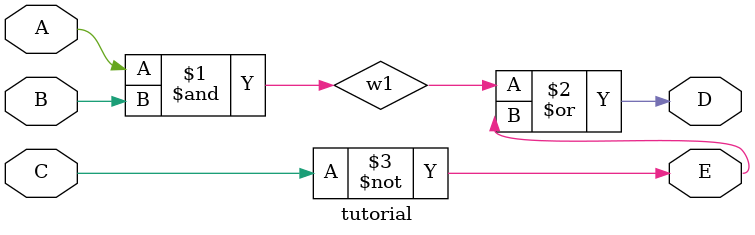
<source format=v>
`timescale 1ns / 1ps


module tutorial(
    input A,
    input B,
    input C,
    output D,
    output E
    );
    
    wire w1;
    
    and G1(w1, A, B);
    not G2(E, C);
    or  G3(D, w1, E);
endmodule

</source>
